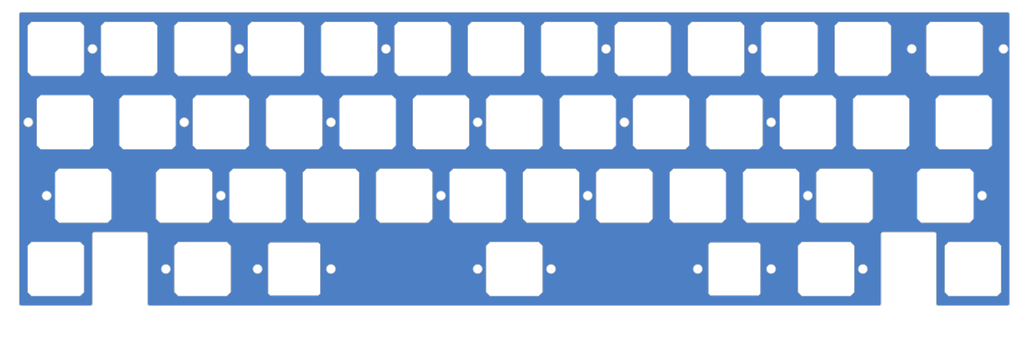
<source format=kicad_pcb>
(kicad_pcb (version 20221018) (generator pcbnew)
  (layers (0 "F.Cu" signal) (31 "B.Cu" signal) (34 "B.Paste" user) (35 "F.Paste" user) (36 "B.SilkS" user "B.Silkscreen") (37 "F.SilkS" user "F.Silkscreen") (38 "B.Mask" user) (39 "F.Mask" user) (44 "Edge.Cuts" user))
  (net 0 "")
  (net 1 "GND")
  (footprint "cipulot_parts:ecs_plate_cut_1U" (layer "F.Cu") (at 26.9875 91.28125)
    (fp_text reference "REF**")
    (fp_text value "Value " hide)
    (fp_line (start -7.3 -6) (end -7.3 6) (stroke (width 0.12)) (layer "Edge.Cuts"))
    (fp_line (start -7.3 6) (end -6.3 7) (stroke (width 0.12)) (layer "Edge.Cuts"))
    (fp_line (start -6.3 -7) (end -7.3 -6) (stroke (width 0.12)) (layer "Edge.Cuts"))
    (fp_line (start -6.3 7) (end 6.3 7) (stroke (width 0.12)) (layer "Edge.Cuts"))
    (fp_line (start 6.3 -7) (end -6.3 -7) (stroke (width 0.12)) (layer "Edge.Cuts"))
    (fp_line (start 6.3 -7) (end 7.3 -6) (stroke (width 0.12)) (layer "Edge.Cuts"))
    (fp_line (start 6.3 7) (end 7.3 6) (stroke (width 0.12)) (layer "Edge.Cuts"))
    (fp_line (start 7.3 6) (end 7.3 -6) (stroke (width 0.12)) (layer "Edge.Cuts"))
  )
  (footprint "cipulot_parts:ecs_plate_cut_1U" (layer "F.Cu") (at 136.525 72.23125)
    (fp_text reference "REF**")
    (fp_text value "Value " hide)
    (fp_line (start -7.3 -6) (end -7.3 6) (stroke (width 0.12)) (layer "Edge.Cuts"))
    (fp_line (start -7.3 6) (end -6.3 7) (stroke (width 0.12)) (layer "Edge.Cuts"))
    (fp_line (start -6.3 -7) (end -7.3 -6) (stroke (width 0.12)) (layer "Edge.Cuts"))
    (fp_line (start -6.3 7) (end 6.3 7) (stroke (width 0.12)) (layer "Edge.Cuts"))
    (fp_line (start 6.3 -7) (end -6.3 -7) (stroke (width 0.12)) (layer "Edge.Cuts"))
    (fp_line (start 6.3 -7) (end 7.3 -6) (stroke (width 0.12)) (layer "Edge.Cuts"))
    (fp_line (start 6.3 7) (end 7.3 6) (stroke (width 0.12)) (layer "Edge.Cuts"))
    (fp_line (start 7.3 6) (end 7.3 -6) (stroke (width 0.12)) (layer "Edge.Cuts"))
  )
  (footprint "cipulot_parts:ecs_plate_cut_1U" (layer "F.Cu") (at 262.73125 53.18125)
    (fp_text reference "REF**")
    (fp_text value "Value " hide)
    (fp_line (start -7.3 -6) (end -7.3 6) (stroke (width 0.12)) (layer "Edge.Cuts"))
    (fp_line (start -7.3 6) (end -6.3 7) (stroke (width 0.12)) (layer "Edge.Cuts"))
    (fp_line (start -6.3 -7) (end -7.3 -6) (stroke (width 0.12)) (layer "Edge.Cuts"))
    (fp_line (start -6.3 7) (end 6.3 7) (stroke (width 0.12)) (layer "Edge.Cuts"))
    (fp_line (start 6.3 -7) (end -6.3 -7) (stroke (width 0.12)) (layer "Edge.Cuts"))
    (fp_line (start 6.3 -7) (end 7.3 -6) (stroke (width 0.12)) (layer "Edge.Cuts"))
    (fp_line (start 6.3 7) (end 7.3 6) (stroke (width 0.12)) (layer "Edge.Cuts"))
    (fp_line (start 7.3 6) (end 7.3 -6) (stroke (width 0.12)) (layer "Edge.Cuts"))
  )
  (footprint "cipulot_parts:ecs_plate_cut_1U" (layer "F.Cu") (at 146.05 53.18125)
    (fp_text reference "REF**")
    (fp_text value "Value " hide)
    (fp_line (start -7.3 -6) (end -7.3 6) (stroke (width 0.12)) (layer "Edge.Cuts"))
    (fp_line (start -7.3 6) (end -6.3 7) (stroke (width 0.12)) (layer "Edge.Cuts"))
    (fp_line (start -6.3 -7) (end -7.3 -6) (stroke (width 0.12)) (layer "Edge.Cuts"))
    (fp_line (start -6.3 7) (end 6.3 7) (stroke (width 0.12)) (layer "Edge.Cuts"))
    (fp_line (start 6.3 -7) (end -6.3 -7) (stroke (width 0.12)) (layer "Edge.Cuts"))
    (fp_line (start 6.3 -7) (end 7.3 -6) (stroke (width 0.12)) (layer "Edge.Cuts"))
    (fp_line (start 6.3 7) (end 7.3 6) (stroke (width 0.12)) (layer "Edge.Cuts"))
    (fp_line (start 7.3 6) (end 7.3 -6) (stroke (width 0.12)) (layer "Edge.Cuts"))
  )
  (footprint "cipulot_parts:ecs_plate_cut_7U_space_stab" (layer "F.Cu") (at 146.05 91.28125)
    (fp_text reference "REF**")
    (fp_text value "Value " hide)
    (fp_line (start -63.8876 -6.3635) (end -63.8876 6.3635) (stroke (width 0.12)) (layer "Edge.Cuts"))
    (fp_line (start -63.8876 6.3635) (end -63.3806 6.8705) (stroke (width 0.12)) (layer "Edge.Cuts"))
    (fp_line (start -63.3806 -6.8705) (end -63.8876 -6.3635) (stroke (width 0.12)) (layer "Edge.Cuts"))
    (fp_line (start -63.3806 6.8705) (end -50.9326 6.8705) (stroke (width 0.12)) (layer "Edge.Cuts"))
    (fp_line (start -50.9326 -6.8705) (end -63.3806 -6.8705) (stroke (width 0.12)) (layer "Edge.Cuts"))
    (fp_line (start -50.9326 6.8705) (end -50.4256 6.3635) (stroke (width 0.12)) (layer "Edge.Cuts"))
    (fp_line (start -50.4256 -6.3635) (end -50.9326 -6.8705) (stroke (width 0.12)) (layer "Edge.Cuts"))
    (fp_line (start -50.4256 6.3635) (end -50.4256 -6.3635) (stroke (width 0.12)) (layer "Edge.Cuts"))
    (fp_line (start 50.419 -6.3635) (end 50.419 6.3635) (stroke (width 0.12)) (layer "Edge.Cuts"))
    (fp_line (start 50.419 -6.3635) (end 50.919 -6.8705) (stroke (width 0.12)) (layer "Edge.Cuts"))
    (fp_line (start 50.419 6.3635) (end 50.926 6.8705) (stroke (width 0.12)) (layer "Edge.Cuts"))
    (fp_line (start 50.919 -6.8705) (end 63.381 -6.8705) (stroke (width 0.12)) (layer "Edge.Cuts"))
    (fp_line (start 50.926 6.8705) (end 63.374 6.8705) (stroke (width 0.12)) (layer "Edge.Cuts"))
    (fp_line (start 63.374 6.8705) (end 63.881 6.3635) (stroke (width 0.12)) (layer "Edge.Cuts"))
    (fp_line (start 63.381 -6.8705) (end 63.881 -6.3635) (stroke (width 0.12)) (layer "Edge.Cuts"))
    (fp_line (start 63.881 6.3635) (end 63.881 -6.3635) (stroke (width 0.12)) (layer "Edge.Cuts"))
  )
  (footprint "cipulot_parts:ecs_plate_cut_1U" (layer "F.Cu") (at 46.0375 34.13125)
    (fp_text reference "REF**")
    (fp_text value "Value " hide)
    (fp_line (start -7.3 -6) (end -7.3 6) (stroke (width 0.12)) (layer "Edge.Cuts"))
    (fp_line (start -7.3 6) (end -6.3 7) (stroke (width 0.12)) (layer "Edge.Cuts"))
    (fp_line (start -6.3 -7) (end -7.3 -6) (stroke (width 0.12)) (layer "Edge.Cuts"))
    (fp_line (start -6.3 7) (end 6.3 7) (stroke (width 0.12)) (layer "Edge.Cuts"))
    (fp_line (start 6.3 -7) (end -6.3 -7) (stroke (width 0.12)) (layer "Edge.Cuts"))
    (fp_line (start 6.3 -7) (end 7.3 -6) (stroke (width 0.12)) (layer "Edge.Cuts"))
    (fp_line (start 6.3 7) (end 7.3 6) (stroke (width 0.12)) (layer "Edge.Cuts"))
    (fp_line (start 7.3 6) (end 7.3 -6) (stroke (width 0.12)) (layer "Edge.Cuts"))
  )
  (footprint "cipulot_parts:ecs_plate_cut_1U" (layer "F.Cu") (at 79.375 72.23125)
    (fp_text reference "REF**")
    (fp_text value "Value " hide)
    (fp_line (start -7.3 -6) (end -7.3 6) (stroke (width 0.12)) (layer "Edge.Cuts"))
    (fp_line (start -7.3 6) (end -6.3 7) (stroke (width 0.12)) (layer "Edge.Cuts"))
    (fp_line (start -6.3 -7) (end -7.3 -6) (stroke (width 0.12)) (layer "Edge.Cuts"))
    (fp_line (start -6.3 7) (end 6.3 7) (stroke (width 0.12)) (layer "Edge.Cuts"))
    (fp_line (start 6.3 -7) (end -6.3 -7) (stroke (width 0.12)) (layer "Edge.Cuts"))
    (fp_line (start 6.3 -7) (end 7.3 -6) (stroke (width 0.12)) (layer "Edge.Cuts"))
    (fp_line (start 6.3 7) (end 7.3 6) (stroke (width 0.12)) (layer "Edge.Cuts"))
    (fp_line (start 7.3 6) (end 7.3 -6) (stroke (width 0.12)) (layer "Edge.Cuts"))
  )
  (footprint "cipulot_parts:ecs_plate_cut_1U" (layer "F.Cu") (at 88.9 53.18125)
    (fp_text reference "REF**")
    (fp_text value "Value " hide)
    (fp_line (start -7.3 -6) (end -7.3 6) (stroke (width 0.12)) (layer "Edge.Cuts"))
    (fp_line (start -7.3 6) (end -6.3 7) (stroke (width 0.12)) (layer "Edge.Cuts"))
    (fp_line (start -6.3 -7) (end -7.3 -6) (stroke (width 0.12)) (layer "Edge.Cuts"))
    (fp_line (start -6.3 7) (end 6.3 7) (stroke (width 0.12)) (layer "Edge.Cuts"))
    (fp_line (start 6.3 -7) (end -6.3 -7) (stroke (width 0.12)) (layer "Edge.Cuts"))
    (fp_line (start 6.3 -7) (end 7.3 -6) (stroke (width 0.12)) (layer "Edge.Cuts"))
    (fp_line (start 6.3 7) (end 7.3 6) (stroke (width 0.12)) (layer "Edge.Cuts"))
    (fp_line (start 7.3 6) (end 7.3 -6) (stroke (width 0.12)) (layer "Edge.Cuts"))
  )
  (footprint "cipulot_parts:ecs_plate_cut_1U" (layer "F.Cu") (at 260.35 34.13125)
    (fp_text reference "REF**")
    (fp_text value "Value " hide)
    (fp_line (start -7.3 -6) (end -7.3 6) (stroke (width 0.12)) (layer "Edge.Cuts"))
    (fp_line (start -7.3 6) (end -6.3 7) (stroke (width 0.12)) (layer "Edge.Cuts"))
    (fp_line (start -6.3 -7) (end -7.3 -6) (stroke (width 0.12)) (layer "Edge.Cuts"))
    (fp_line (start -6.3 7) (end 6.3 7) (stroke (width 0.12)) (layer "Edge.Cuts"))
    (fp_line (start 6.3 -7) (end -6.3 -7) (stroke (width 0.12)) (layer "Edge.Cuts"))
    (fp_line (start 6.3 -7) (end 7.3 -6) (stroke (width 0.12)) (layer "Edge.Cuts"))
    (fp_line (start 6.3 7) (end 7.3 6) (stroke (width 0.12)) (layer "Edge.Cuts"))
    (fp_line (start 7.3 6) (end 7.3 -6) (stroke (width 0.12)) (layer "Edge.Cuts"))
  )
  (footprint "cipulot_parts:ecs_plate_cut_1U" (layer "F.Cu") (at 127 53.18125)
    (fp_text reference "REF**")
    (fp_text value "Value " hide)
    (fp_line (start -7.3 -6) (end -7.3 6) (stroke (width 0.12)) (layer "Edge.Cuts"))
    (fp_line (start -7.3 6) (end -6.3 7) (stroke (width 0.12)) (layer "Edge.Cuts"))
    (fp_line (start -6.3 -7) (end -7.3 -6) (stroke (width 0.12)) (layer "Edge.Cuts"))
    (fp_line (start -6.3 7) (end 6.3 7) (stroke (width 0.12)) (layer "Edge.Cuts"))
    (fp_line (start 6.3 -7) (end -6.3 -7) (stroke (width 0.12)) (layer "Edge.Cuts"))
    (fp_line (start 6.3 -7) (end 7.3 -6) (stroke (width 0.12)) (layer "Edge.Cuts"))
    (fp_line (start 6.3 7) (end 7.3 6) (stroke (width 0.12)) (layer "Edge.Cuts"))
    (fp_line (start 7.3 6) (end 7.3 -6) (stroke (width 0.12)) (layer "Edge.Cuts"))
  )
  (footprint "cipulot_parts:ecs_plate_cut_1U" (layer "F.Cu") (at 198.4375 34.13125)
    (fp_text reference "REF**")
    (fp_text value "Value " hide)
    (fp_line (start -7.3 -6) (end -7.3 6) (stroke (width 0.12)) (layer "Edge.Cuts"))
    (fp_line (start -7.3 6) (end -6.3 7) (stroke (width 0.12)) (layer "Edge.Cuts"))
    (fp_line (start -6.3 -7) (end -7.3 -6) (stroke (width 0.12)) (layer "Edge.Cuts"))
    (fp_line (start -6.3 7) (end 6.3 7) (stroke (width 0.12)) (layer "Edge.Cuts"))
    (fp_line (start 6.3 -7) (end -6.3 -7) (stroke (width 0.12)) (layer "Edge.Cuts"))
    (fp_line (start 6.3 -7) (end 7.3 -6) (stroke (width 0.12)) (layer "Edge.Cuts"))
    (fp_line (start 6.3 7) (end 7.3 6) (stroke (width 0.12)) (layer "Edge.Cuts"))
    (fp_line (start 7.3 6) (end 7.3 -6) (stroke (width 0.12)) (layer "Edge.Cuts"))
  )
  (footprint "cipulot_parts:ecs_plate_cut_1U" (layer "F.Cu") (at 203.2 53.18125)
    (fp_text reference "REF**")
    (fp_text value "Value " hide)
    (fp_line (start -7.3 -6) (end -7.3 6) (stroke (width 0.12)) (layer "Edge.Cuts"))
    (fp_line (start -7.3 6) (end -6.3 7) (stroke (width 0.12)) (layer "Edge.Cuts"))
    (fp_line (start -6.3 -7) (end -7.3 -6) (stroke (width 0.12)) (layer "Edge.Cuts"))
    (fp_line (start -6.3 7) (end 6.3 7) (stroke (width 0.12)) (layer "Edge.Cuts"))
    (fp_line (start 6.3 -7) (end -6.3 -7) (stroke (width 0.12)) (layer "Edge.Cuts"))
    (fp_line (start 6.3 -7) (end 7.3 -6) (stroke (width 0.12)) (layer "Edge.Cuts"))
    (fp_line (start 6.3 7) (end 7.3 6) (stroke (width 0.12)) (layer "Edge.Cuts"))
    (fp_line (start 7.3 6) (end 7.3 -6) (stroke (width 0.12)) (layer "Edge.Cuts"))
  )
  (footprint "cipulot_parts:ecs_plate_cut_1U" (layer "F.Cu") (at 165.1 53.18125)
    (fp_text reference "REF**")
    (fp_text value "Value " hide)
    (fp_line (start -7.3 -6) (end -7.3 6) (stroke (width 0.12)) (layer "Edge.Cuts"))
    (fp_line (start -7.3 6) (end -6.3 7) (stroke (width 0.12)) (layer "Edge.Cuts"))
    (fp_line (start -6.3 -7) (end -7.3 -6) (stroke (width 0.12)) (layer "Edge.Cuts"))
    (fp_line (start -6.3 7) (end 6.3 7) (stroke (width 0.12)) (layer "Edge.Cuts"))
    (fp_line (start 6.3 -7) (end -6.3 -7) (stroke (width 0.12)) (layer "Edge.Cuts"))
    (fp_line (start 6.3 -7) (end 7.3 -6) (stroke (width 0.12)) (layer "Edge.Cuts"))
    (fp_line (start 6.3 7) (end 7.3 6) (stroke (width 0.12)) (layer "Edge.Cuts"))
    (fp_line (start 7.3 6) (end 7.3 -6) (stroke (width 0.12)) (layer "Edge.Cuts"))
  )
  (footprint "cipulot_parts:ecs_plate_cut_1U" (layer "F.Cu") (at 217.4875 34.13125)
    (fp_text reference "REF**")
    (fp_text value "Value " hide)
    (fp_line (start -7.3 -6) (end -7.3 6) (stroke (width 0.12)) (layer "Edge.Cuts"))
    (fp_line (start -7.3 6) (end -6.3 7) (stroke (width 0.12)) (layer "Edge.Cuts"))
    (fp_line (start -6.3 -7) (end -7.3 -6) (stroke (width 0.12)) (layer "Edge.Cuts"))
    (fp_line (start -6.3 7) (end 6.3 7) (stroke (width 0.12)) (layer "Edge.Cuts"))
    (fp_line (start 6.3 -7) (end -6.3 -7) (stroke (width 0.12)) (layer "Edge.Cuts"))
    (fp_line (start 6.3 -7) (end 7.3 -6) (stroke (width 0.12)) (layer "Edge.Cuts"))
    (fp_line (start 6.3 7) (end 7.3 6) (stroke (width 0.12)) (layer "Edge.Cuts"))
    (fp_line (start 7.3 6) (end 7.3 -6) (stroke (width 0.12)) (layer "Edge.Cuts"))
  )
  (footprint "cipulot_parts:ecs_plate_cut_1U" (layer "F.Cu") (at 146.05 91.28125)
    (fp_text reference "REF**")
    (fp_text value "Value " hide)
    (fp_line (start -7.3 -6) (end -7.3 6) (stroke (width 0.12)) (layer "Edge.Cuts"))
    (fp_line (start -7.3 6) (end -6.3 7) (stroke (width 0.12)) (layer "Edge.Cuts"))
    (fp_line (start -6.3 -7) (end -7.3 -6) (stroke (width 0.12)) (layer "Edge.Cuts"))
    (fp_line (start -6.3 7) (end 6.3 7) (stroke (width 0.12)) (layer "Edge.Cuts"))
    (fp_line (start 6.3 -7) (end -6.3 -7) (stroke (width 0.12)) (layer "Edge.Cuts"))
    (fp_line (start 6.3 -7) (end 7.3 -6) (stroke (width 0.12)) (layer "Edge.Cuts"))
    (fp_line (start 6.3 7) (end 7.3 6) (stroke (width 0.12)) (layer "Edge.Cuts"))
    (fp_line (start 7.3 6) (end 7.3 -6) (stroke (width 0.12)) (layer "Edge.Cuts"))
  )
  (footprint "cipulot_parts:ecs_plate_cut_1U" (layer "F.Cu") (at 117.475 72.23125)
    (fp_text reference "REF**")
    (fp_text value "Value " hide)
    (fp_line (start -7.3 -6) (end -7.3 6) (stroke (width 0.12)) (layer "Edge.Cuts"))
    (fp_line (start -7.3 6) (end -6.3 7) (stroke (width 0.12)) (layer "Edge.Cuts"))
    (fp_line (start -6.3 -7) (end -7.3 -6) (stroke (width 0.12)) (layer "Edge.Cuts"))
    (fp_line (start -6.3 7) (end 6.3 7) (stroke (width 0.12)) (layer "Edge.Cuts"))
    (fp_line (start 6.3 -7) (end -6.3 -7) (stroke (width 0.12)) (layer "Edge.Cuts"))
    (fp_line (start 6.3 -7) (end 7.3 -6) (stroke (width 0.12)) (layer "Edge.Cuts"))
    (fp_line (start 6.3 7) (end 7.3 6) (stroke (width 0.12)) (layer "Edge.Cuts"))
    (fp_line (start 7.3 6) (end 7.3 -6) (stroke (width 0.12)) (layer "Edge.Cuts"))
  )
  (footprint "cipulot_parts:ecs_plate_cut_1U" (layer "F.Cu") (at 84.137501 34.13125)
    (fp_text reference "REF**")
    (fp_text value "Value " hide)
    (fp_line (start -7.3 -6) (end -7.3 6) (stroke (width 0.12)) (layer "Edge.Cuts"))
    (fp_line (start -7.3 6) (end -6.3 7) (stroke (width 0.12)) (layer "Edge.Cuts"))
    (fp_line (start -6.3 -7) (end -7.3 -6) (stroke (width 0.12)) (layer "Edge.Cuts"))
    (fp_line (start -6.3 7) (end 6.3 7) (stroke (width 0.12)) (layer "Edge.Cuts"))
    (fp_line (start 6.3 -7) (end -6.3 -7) (stroke (width 0.12)) (layer "Edge.Cuts"))
    (fp_line (start 6.3 -7) (end 7.3 -6) (stroke (width 0.12)) (layer "Edge.Cuts"))
    (fp_line (start 6.3 7) (end 7.3 6) (stroke (width 0.12)) (layer "Edge.Cuts"))
    (fp_line (start 7.3 6) (end 7.3 -6) (stroke (width 0.12)) (layer "Edge.Cuts"))
  )
  (footprint "cipulot_parts:ecs_plate_cut_1U" (layer "F.Cu") (at 34.13125 72.23125)
    (fp_text reference "REF**")
    (fp_text value "Value " hide)
    (fp_line (start -7.3 -6) (end -7.3 6) (stroke (width 0.12)) (layer "Edge.Cuts"))
    (fp_line (start -7.3 6) (end -6.3 7) (stroke (width 0.12)) (layer "Edge.Cuts"))
    (fp_line (start -6.3 -7) (end -7.3 -6) (stroke (width 0.12)) (layer "Edge.Cuts"))
    (fp_line (start -6.3 7) (end 6.3 7) (stroke (width 0.12)) (layer "Edge.Cuts"))
    (fp_line (start 6.3 -7) (end -6.3 -7) (stroke (width 0.12)) (layer "Edge.Cuts"))
    (fp_line (start 6.3 -7) (end 7.3 -6) (stroke (width 0.12)) (layer "Edge.Cuts"))
    (fp_line (start 6.3 7) (end 7.3 6) (stroke (width 0.12)) (layer "Edge.Cuts"))
    (fp_line (start 7.3 6) (end 7.3 -6) (stroke (width 0.12)) (layer "Edge.Cuts"))
  )
  (footprint "cipulot_parts:ecs_plate_cut_1U" (layer "F.Cu") (at 155.575 72.23125)
    (fp_text reference "REF**")
    (fp_text value "Value " hide)
    (fp_line (start -7.3 -6) (end -7.3 6) (stroke (width 0.12)) (layer "Edge.Cuts"))
    (fp_line (start -7.3 6) (end -6.3 7) (stroke (width 0.12)) (layer "Edge.Cuts"))
    (fp_line (start -6.3 -7) (end -7.3 -6) (stroke (width 0.12)) (layer "Edge.Cuts"))
    (fp_line (start -6.3 7) (end 6.3 7) (stroke (width 0.12)) (layer "Edge.Cuts"))
    (fp_line (start 6.3 -7) (end -6.3 -7) (stroke (width 0.12)) (layer "Edge.Cuts"))
    (fp_line (start 6.3 -7) (end 7.3 -6) (stroke (width 0.12)) (layer "Edge.Cuts"))
    (fp_line (start 6.3 7) (end 7.3 6) (stroke (width 0.12)) (layer "Edge.Cuts"))
    (fp_line (start 7.3 6) (end 7.3 -6) (stroke (width 0.12)) (layer "Edge.Cuts"))
  )
  (footprint "cipulot_parts:ecs_plate_cut_1U" (layer "F.Cu") (at 60.325 72.23125)
    (fp_text reference "REF**")
    (fp_text value "Value " hide)
    (fp_line (start -7.3 -6) (end -7.3 6) (stroke (width 0.12)) (layer "Edge.Cuts"))
    (fp_line (start -7.3 6) (end -6.3 7) (stroke (width 0.12)) (layer "Edge.Cuts"))
    (fp_line (start -6.3 -7) (end -7.3 -6) (stroke (width 0.12)) (layer "Edge.Cuts"))
    (fp_line (start -6.3 7) (end 6.3 7) (stroke (width 0.12)) (layer "Edge.Cuts"))
    (fp_line (start 6.3 -7) (end -6.3 -7) (stroke (width 0.12)) (layer "Edge.Cuts"))
    (fp_line (start 6.3 -7) (end 7.3 -6) (stroke (width 0.12)) (layer "Edge.Cuts"))
    (fp_line (start 6.3 7) (end 7.3 6) (stroke (width 0.12)) (layer "Edge.Cuts"))
    (fp_line (start 7.3 6) (end 7.3 -6) (stroke (width 0.12)) (layer "Edge.Cuts"))
  )
  (footprint "cipulot_parts:ecs_plate_cut_1U" (layer "F.Cu") (at 50.8 53.18125)
    (fp_text reference "REF**")
    (fp_text value "Value " hide)
    (fp_line (start -7.3 -6) (end -7.3 6) (stroke (width 0.12)) (layer "Edge.Cuts"))
    (fp_line (start -7.3 6) (end -6.3 7) (stroke (width 0.12)) (layer "Edge.Cuts"))
    (fp_line (start -6.3 -7) (end -7.3 -6) (stroke (width 0.12)) (layer "Edge.Cuts"))
    (fp_line (start -6.3 7) (end 6.3 7) (stroke (width 0.12)) (layer "Edge.Cuts"))
    (fp_line (start 6.3 -7) (end -6.3 -7) (stroke (width 0.12)) (layer "Edge.Cuts"))
    (fp_line (start 6.3 -7) (end 7.3 -6) (stroke (width 0.12)) (layer "Edge.Cuts"))
    (fp_line (start 6.3 7) (end 7.3 6) (stroke (width 0.12)) (layer "Edge.Cuts"))
    (fp_line (start 7.3 6) (end 7.3 -6) (stroke (width 0.12)) (layer "Edge.Cuts"))
  )
  (footprint "cipulot_parts:ecs_plate_cut_1U" (layer "F.Cu") (at 107.95 53.18125)
    (fp_text reference "REF**")
    (fp_text value "Value " hide)
    (fp_line (start -7.3 -6) (end -7.3 6) (stroke (width 0.12)) (layer "Edge.Cuts"))
    (fp_line (start -7.3 6) (end -6.3 7) (stroke (width 0.12)) (layer "Edge.Cuts"))
    (fp_line (start -6.3 -7) (end -7.3 -6) (stroke (width 0.12)) (layer "Edge.Cuts"))
    (fp_line (start -6.3 7) (end 6.3 7) (stroke (width 0.12)) (layer "Edge.Cuts"))
    (fp_line (start 6.3 -7) (end -6.3 -7) (stroke (width 0.12)) (layer "Edge.Cuts"))
    (fp_line (start 6.3 -7) (end 7.3 -6) (stroke (width 0.12)) (layer "Edge.Cuts"))
    (fp_line (start 6.3 7) (end 7.3 6) (stroke (width 0.12)) (layer "Edge.Cuts"))
    (fp_line (start 7.3 6) (end 7.3 -6) (stroke (width 0.12)) (layer "Edge.Cuts"))
  )
  (footprint "cipulot_parts:ecs_plate_cut_1U" (layer "F.Cu") (at 65.0875 34.13125)
    (fp_text reference "REF**")
    (fp_text value "Value " hide)
    (fp_line (start -7.3 -6) (end -7.3 6) (stroke (width 0.12)) (layer "Edge.Cuts"))
    (fp_line (start -7.3 6) (end -6.3 7) (stroke (width 0.12)) (layer "Edge.Cuts"))
    (fp_line (start -6.3 -7) (end -7.3 -6) (stroke (width 0.12)) (layer "Edge.Cuts"))
    (fp_line (start -6.3 7) (end 6.3 7) (stroke (width 0.12)) (layer "Edge.Cuts"))
    (fp_line (start 6.3 -7) (end -6.3 -7) (stroke (width 0.12)) (layer "Edge.Cuts"))
    (fp_line (start 6.3 -7) (end 7.3 -6) (stroke (width 0.12)) (layer "Edge.Cuts"))
    (fp_line (start 6.3 7) (end 7.3 6) (stroke (width 0.12)) (layer "Edge.Cuts"))
    (fp_line (start 7.3 6) (end 7.3 -6) (stroke (width 0.12)) (layer "Edge.Cuts"))
  )
  (footprint "cipulot_parts:ecs_plate_cut_1U" (layer "F.Cu") (at 141.2875 34.13125)
    (fp_text reference "REF**")
    (fp_text value "Value " hide)
    (fp_line (start -7.3 -6) (end -7.3 6) (stroke (width 0.12)) (layer "Edge.Cuts"))
    (fp_line (start -7.3 6) (end -6.3 7) (stroke (width 0.12)) (layer "Edge.Cuts"))
    (fp_line (start -6.3 -7) (end -7.3 -6) (stroke (width 0.12)) (layer "Edge.Cuts"))
    (fp_line (start -6.3 7) (end 6.3 7) (stroke (width 0.12)) (layer "Edge.Cuts"))
    (fp_line (start 6.3 -7) (end -6.3 -7) (stroke (width 0.12)) (layer "Edge.Cuts"))
    (fp_line (start 6.3 -7) (end 7.3 -6) (stroke (width 0.12)) (layer "Edge.Cuts"))
    (fp_line (start 6.3 7) (end 7.3 6) (stroke (width 0.12)) (layer "Edge.Cuts"))
    (fp_line (start 7.3 6) (end 7.3 -6) (stroke (width 0.12)) (layer "Edge.Cuts"))
  )
  (footprint "cipulot_parts:ecs_plate_cut_1U" (layer "F.Cu") (at 29.36875 53.18125)
    (fp_text reference "REF**")
    (fp_text value "Value " hide)
    (fp_line (start -7.3 -6) (end -7.3 6) (stroke (width 0.12)) (layer "Edge.Cuts"))
    (fp_line (start -7.3 6) (end -6.3 7) (stroke (width 0.12)) (layer "Edge.Cuts"))
    (fp_line (start -6.3 -7) (end -7.3 -6) (stroke (width 0.12)) (layer "Edge.Cuts"))
    (fp_line (start -6.3 7) (end 6.3 7) (stroke (width 0.12)) (layer "Edge.Cuts"))
    (fp_line (start 6.3 -7) (end -6.3 -7) (stroke (width 0.12)) (layer "Edge.Cuts"))
    (fp_line (start 6.3 -7) (end 7.3 -6) (stroke (width 0.12)) (layer "Edge.Cuts"))
    (fp_line (start 6.3 7) (end 7.3 6) (stroke (width 0.12)) (layer "Edge.Cuts"))
    (fp_line (start 7.3 6) (end 7.3 -6) (stroke (width 0.12)) (layer "Edge.Cuts"))
  )
  (footprint "cipulot_parts:ecs_plate_cut_1U" (layer "F.Cu") (at 160.3375 34.13125)
    (fp_text reference "REF**")
    (fp_text value "Value " hide)
    (fp_line (start -7.3 -6) (end -7.3 6) (stroke (width 0.12)) (layer "Edge.Cuts"))
    (fp_line (start -7.3 6) (end -6.3 7) (stroke (width 0.12)) (layer "Edge.Cuts"))
    (fp_line (start -6.3 -7) (end -7.3 -6) (stroke (width 0.12)) (layer "Edge.Cuts"))
    (fp_line (start -6.3 7) (end 6.3 7) (stroke (width 0.12)) (layer "Edge.Cuts"))
    (fp_line (start 6.3 -7) (end -6.3 -7) (stroke (width 0.12)) (layer "Edge.Cuts"))
    (fp_line (start 6.3 -7) (end 7.3 -6) (stroke (width 0.12)) (layer "Edge.Cuts"))
    (fp_line (start 6.3 7) (end 7.3 6) (stroke (width 0.12)) (layer "Edge.Cuts"))
    (fp_line (start 7.3 6) (end 7.3 -6) (stroke (width 0.12)) (layer "Edge.Cuts"))
  )
  (footprint "cipulot_parts:ecs_plate_cut_1U" (layer "F.Cu") (at 122.2375 34.13125)
    (fp_text reference "REF**")
    (fp_text value "Value " hide)
    (fp_line (start -7.3 -6) (end -7.3 6) (stroke (width 0.12)) (layer "Edge.Cuts"))
    (fp_line (start -7.3 6) (end -6.3 7) (stroke (width 0.12)) (layer "Edge.Cuts"))
    (fp_line (start -6.3 -7) (end -7.3 -6) (stroke (width 0.12)) (layer "Edge.Cuts"))
    (fp_line (start -6.3 7) (end 6.3 7) (stroke (width 0.12)) (layer "Edge.Cuts"))
    (fp_line (start 6.3 -7) (end -6.3 -7) (stroke (width 0.12)) (layer "Edge.Cuts"))
    (fp_line (start 6.3 -7) (end 7.3 -6) (stroke (width 0.12)) (layer "Edge.Cuts"))
    (fp_line (start 6.3 7) (end 7.3 6) (stroke (width 0.12)) (layer "Edge.Cuts"))
    (fp_line (start 7.3 6) (end 7.3 -6) (stroke (width 0.12)) (layer "Edge.Cuts"))
  )
  (footprint "cipulot_parts:ecs_plate_cut_1U" (layer "F.Cu") (at 212.725 72.23125)
    (fp_text reference "REF**")
    (fp_text value "Value " hide)
    (fp_line (start -7.3 -6) (end -7.3 6) (stroke (width 0.12)) (layer "Edge.Cuts"))
    (fp_line (start -7.3 6) (end -6.3 7) (stroke (width 0.12)) (layer "Edge.Cuts"))
    (fp_line (start -6.3 -7) (end -7.3 -6) (stroke (width 0.12)) (layer "Edge.Cuts"))
    (fp_line (start -6.3 7) (end 6.3 7) (stroke (width 0.12)) (layer "Edge.Cuts"))
    (fp_line (start 6.3 -7) (end -6.3 -7) (stroke (width 0.12)) (layer "Edge.Cuts"))
    (fp_line (start 6.3 -7) (end 7.3 -6) (stroke (width 0.12)) (layer "Edge.Cuts"))
    (fp_line (start 6.3 7) (end 7.3 6) (stroke (width 0.12)) (layer "Edge.Cuts"))
    (fp_line (start 7.3 6) (end 7.3 -6) (stroke (width 0.12)) (layer "Edge.Cuts"))
  )
  (footprint "cipulot_parts:ecs_plate_cut_1U" (layer "F.Cu") (at 257.96875 72.23125)
    (fp_text reference "REF**")
    (fp_text value "Value " hide)
    (fp_line (start -7.3 -6) (end -7.3 6) (stroke (width 0.12)) (layer "Edge.Cuts"))
    (fp_line (start -7.3 6) (end -6.3 7) (stroke (width 0.12)) (layer "Edge.Cuts"))
    (fp_line (start -6.3 -7) (end -7.3 -6) (stroke (width 0.12)) (layer "Edge.Cuts"))
    (fp_line (start -6.3 7) (end 6.3 7) (stroke (width 0.12)) (layer "Edge.Cuts"))
    (fp_line (start 6.3 -7) (end -6.3 -7) (stroke (width 0.12)) (layer "Edge.Cuts"))
    (fp_line (start 6.3 -7) (end 7.3 -6) (stroke (width 0.12)) (layer "Edge.Cuts"))
    (fp_line (start 6.3 7) (end 7.3 6) (stroke (width 0.12)) (layer "Edge.Cuts"))
    (fp_line (start 7.3 6) (end 7.3 -6) (stroke (width 0.12)) (layer "Edge.Cuts"))
  )
  (footprint "cipulot_parts:ecs_plate_cut_1U" (layer "F.Cu") (at 69.85 53.18125)
    (fp_text reference "REF**")
    (fp_text value "Value " hide)
    (fp_line (start -7.3 -6) (end -7.3 6) (stroke (width 0.12)) (layer "Edge.Cuts"))
    (fp_line (start -7.3 6) (end -6.3 7) (stroke (width 0.12)) (layer "Edge.Cuts"))
    (fp_line (start -6.3 -7) (end -7.3 -6) (stroke (width 0.12)) (layer "Edge.Cuts"))
    (fp_line (start -6.3 7) (end 6.3 7) (stroke (width 0.12)) (layer "Edge.Cuts"))
    (fp_line (start 6.3 -7) (end -6.3 -7) (stroke (width 0.12)) (layer "Edge.Cuts"))
    (fp_line (start 6.3 -7) (end 7.3 -6) (stroke (width 0.12)) (layer "Edge.Cuts"))
    (fp_line (start 6.3 7) (end 7.3 6) (stroke (width 0.12)) (layer "Edge.Cuts"))
    (fp_line (start 7.3 6) (end 7.3 -6) (stroke (width 0.12)) (layer "Edge.Cuts"))
  )
  (footprint "cipulot_parts:ecs_plate_cut_1U" (layer "F.Cu") (at 231.775 72.23125)
    (fp_text reference "REF**")
    (fp_text value "Value " hide)
    (fp_line (start -7.3 -6) (end -7.3 6) (stroke (width 0.12)) (layer "Edge.Cuts"))
    (fp_line (start -7.3 6) (end -6.3 7) (stroke (width 0.12)) (layer "Edge.Cuts"))
    (fp_line (start -6.3 -7) (end -7.3 -6) (stroke (width 0.12)) (layer "Edge.Cuts"))
    (fp_line (start -6.3 7) (end 6.3 7) (stroke (width 0.12)) (layer "Edge.Cuts"))
    (fp_line (start 6.3 -7) (end -6.3 -7) (stroke (width 0.12)) (layer "Edge.Cuts"))
    (fp_line (start 6.3 -7) (end 7.3 -6) (stroke (width 0.12)) (layer "Edge.Cuts"))
    (fp_line (start 6.3 7) (end 7.3 6) (stroke (width 0.12)) (layer "Edge.Cuts"))
    (fp_line (start 7.3 6) (end 7.3 -6) (stroke (width 0.12)) (layer "Edge.Cuts"))
  )
  (footprint "cipulot_parts:ecs_plate_cut_1U" (layer "F.Cu") (at 174.625 72.23125)
    (fp_text reference "REF**")
    (fp_text value "Value " hide)
    (fp_line (start -7.3 -6) (end -7.3 6) (stroke (width 0.12)) (layer "Edge.Cuts"))
    (fp_line (start -7.3 6) (end -6.3 7) (stroke (width 0.12)) (layer "Edge.Cuts"))
    (fp_line (start -6.3 -7) (end -7.3 -6) (stroke (width 0.12)) (layer "Edge.Cuts"))
    (fp_line (start -6.3 7) (end 6.3 7) (stroke (width 0.12)) (layer "Edge.Cuts"))
    (fp_line (start 6.3 -7) (end -6.3 -7) (stroke (width 0.12)) (layer "Edge.Cuts"))
    (fp_line (start 6.3 -7) (end 7.3 -6) (stroke (width 0.12)) (layer "Edge.Cuts"))
    (fp_line (start 6.3 7) (end 7.3 6) (stroke (width 0.12)) (layer "Edge.Cuts"))
    (fp_line (start 7.3 6) (end 7.3 -6) (stroke (width 0.12)) (layer "Edge.Cuts"))
  )
  (footprint "cipulot_parts:ecs_plate_cut_1U" (layer "F.Cu") (at 98.425 72.23125)
    (fp_text reference "REF**")
    (fp_text value "Value " hide)
    (fp_line (start -7.3 -6) (end -7.3 6) (stroke (width 0.12)) (layer "Edge.Cuts"))
    (fp_line (start -7.3 6) (end -6.3 7) (stroke (width 0.12)) (layer "Edge.Cuts"))
    (fp_line (start -6.3 -7) (end -7.3 -6) (stroke (width 0.12)) (layer "Edge.Cuts"))
    (fp_line (start -6.3 7) (end 6.3 7) (stroke (width 0.12)) (layer "Edge.Cuts"))
    (fp_line (start 6.3 -7) (end -6.3 -7) (stroke (width 0.12)) (layer "Edge.Cuts"))
    (fp_line (start 6.3 -7) (end 7.3 -6) (stroke (width 0.12)) (layer "Edge.Cuts"))
    (fp_line (start 6.3 7) (end 7.3 6) (stroke (width 0.12)) (layer "Edge.Cuts"))
    (fp_line (start 7.3 6) (end 7.3 -6) (stroke (width 0.12)) (layer "Edge.Cuts"))
  )
  (footprint "cipulot_parts:ecs_plate_cut_1U" (layer "F.Cu") (at 222.25 53.18125)
    (fp_text reference "REF**")
    (fp_text value "Value " hide)
    (fp_line (start -7.3 -6) (end -7.3 6) (stroke (width 0.12)) (layer "Edge.Cuts"))
    (fp_line (start -7.3 6) (end -6.3 7) (stroke (width 0.12)) (layer "Edge.Cuts"))
    (fp_line (start -6.3 -7) (end -7.3 -6) (stroke (width 0.12)) (layer "Edge.Cuts"))
    (fp_line (start -6.3 7) (end 6.3 7) (stroke (width 0.12)) (layer "Edge.Cuts"))
    (fp_line (start 6.3 -7) (end -6.3 -7) (stroke (width 0.12)) (layer "Edge.Cuts"))
    (fp_line (start 6.3 -7) (end 7.3 -6) (stroke (width 0.12)) (layer "Edge.Cuts"))
    (fp_line (start 6.3 7) (end 7.3 6) (stroke (width 0.12)) (layer "Edge.Cuts"))
    (fp_line (start 7.3 6) (end 7.3 -6) (stroke (width 0.12)) (layer "Edge.Cuts"))
  )
  (footprint "cipulot_parts:ecs_plate_cut_1U" (layer "F.Cu") (at 236.5375 34.13125)
    (fp_text reference "REF**")
    (fp_text value "Value " hide)
    (fp_line (start -7.3 -6) (end -7.3 6) (stroke (width 0.12)) (layer "Edge.Cuts"))
    (fp_line (start -7.3 6) (end -6.3 7) (stroke (width 0.12)) (layer "Edge.Cuts"))
    (fp_line (start -6.3 -7) (end -7.3 -6) (stroke (width 0.12)) (layer "Edge.Cuts"))
    (fp_line (start -6.3 7) (end 6.3 7) (stroke (width 0.12)) (layer "Edge.Cuts"))
    (fp_line (start 6.3 -7) (end -6.3 -7) (stroke (width 0.12)) (layer "Edge.Cuts"))
    (fp_line (start 6.3 -7) (end 7.3 -6) (stroke (width 0.12)) (layer "Edge.Cuts"))
    (fp_line (start 6.3 7) (end 7.3 6) (stroke (width 0.12)) (layer "Edge.Cuts"))
    (fp_line (start 7.3 6) (end 7.3 -6) (stroke (width 0.12)) (layer "Edge.Cuts"))
  )
  (footprint "cipulot_parts:ecs_plate_cut_1U" (layer "F.Cu") (at 193.675 72.23125)
    (fp_text reference "REF**")
    (fp_text value "Value " hide)
    (fp_line (start -7.3 -6) (end -7.3 6) (stroke (width 0.12)) (layer "Edge.Cuts"))
    (fp_line (start -7.3 6) (end -6.3 7) (stroke (width 0.12)) (layer "Edge.Cuts"))
    (fp_line (start -6.3 -7) (end -7.3 -6) (stroke (width 0.12)) (layer "Edge.Cuts"))
    (fp_line (start -6.3 7) (end 6.3 7) (stroke (width 0.12)) (layer "Edge.Cuts"))
    (fp_line (start 6.3 -7) (end -6.3 -7) (stroke (width 0.12)) (layer "Edge.Cuts"))
    (fp_line (start 6.3 -7) (end 7.3 -6) (stroke (width 0.12)) (layer "Edge.Cuts"))
    (fp_line (start 6.3 7) (end 7.3 6) (stroke (width 0.12)) (layer "Edge.Cuts"))
    (fp_line (start 7.3 6) (end 7.3 -6) (stroke (width 0.12)) (layer "Edge.Cuts"))
  )
  (footprint "cipulot_parts:ecs_plate_cut_1U" (layer "F.Cu") (at 65.0875 91.28125)
    (fp_text reference "REF**")
    (fp_text value "Value " hide)
    (fp_line (start -7.3 -6) (end -7.3 6) (stroke (width 0.12)) (layer "Edge.Cuts"))
    (fp_line (start -7.3 6) (end -6.3 7) (stroke (width 0.12)) (layer "Edge.Cuts"))
    (fp_line (start -6.3 -7) (end -7.3 -6) (stroke (width 0.12)) (layer "Edge.Cuts"))
    (fp_line (start -6.3 7) (end 6.3 7) (stroke (width 0.12)) (layer "Edge.Cuts"))
    (fp_line (start 6.3 -7) (end -6.3 -7) (stroke (width 0.12)) (layer "Edge.Cuts"))
    (fp_line (start 6.3 -7) (end 7.3 -6) (stroke (width 0.12)) (layer "Edge.Cuts"))
    (fp_line (start 6.3 7) (end 7.3 6) (stroke (width 0.12)) (layer "Edge.Cuts"))
    (fp_line (start 7.3 6) (end 7.3 -6) (stroke (width 0.12)) (layer "Edge.Cuts"))
  )
  (footprint "cipulot_parts:ecs_plate_cut_1U" (layer "F.Cu") (at 103.1875 34.13125)
    (fp_text reference "REF**")
    (fp_text value "Value " hide)
    (fp_line (start -7.3 -6) (end -7.3 6) (stroke (width 0.12)) (layer "Edge.Cuts"))
    (fp_line (start -7.3 6) (end -6.3 7) (stroke (width 0.12)) (layer "Edge.Cuts"))
    (fp_line (start -6.3 -7) (end -7.3 -6) (stroke (width 0.12)) (layer "Edge.Cuts"))
    (fp_line (start -6.3 7) (end 6.3 7) (stroke (width 0.12)) (layer "Edge.Cuts"))
    (fp_line (start 6.3 -7) (end -6.3 -7) (stroke (width 0.12)) (layer "Edge.Cuts"))
    (fp_line (start 6.3 -7) (end 7.3 -6) (stroke (width 0.12)) (layer "Edge.Cuts"))
    (fp_line (start 6.3 7) (end 7.3 6) (stroke (width 0.12)) (layer "Edge.Cuts"))
    (fp_line (start 7.3 6) (end 7.3 -6) (stroke (width 0.12)) (layer "Edge.Cuts"))
  )
  (footprint "cipulot_parts:ecs_plate_cut_1U" (layer "F.Cu") (at 184.15 53.18125)
    (fp_text reference "REF**")
    (fp_text value "Value " hide)
    (fp_line (start -7.3 -6) (end -7.3 6) (stroke (width 0.12)) (layer "Edge.Cuts"))
    (fp_line (start -7.3 6) (end -6.3 7) (stroke (width 0.12)) (layer "Edge.Cuts"))
    (fp_line (start -6.3 -7) (end -7.3 -6) (stroke (width 0.12)) (layer "Edge.Cuts"))
    (fp_line (start -6.3 7) (end 6.3 7) (stroke (width 0.12)) (layer "Edge.Cuts"))
    (fp_line (start 6.3 -7) (end -6.3 -7) (stroke (width 0.12)) (layer "Edge.Cuts"))
    (fp_line (start 6.3 -7) (end 7.3 -6) (stroke (width 0.12)) (layer "Edge.Cuts"))
    (fp_line (start 6.3 7) (end 7.3 6) (stroke (width 0.12)) (layer "Edge.Cuts"))
    (fp_line (start 7.3 6) (end 7.3 -6) (stroke (width 0.12)) (layer "Edge.Cuts"))
  )
  (footprint "cipulot_parts:ecs_plate_cut_1U" (layer "F.Cu") (at 179.3875 34.13125)
    (fp_text reference "REF**")
    (fp_text value "Value " hide)
    (fp_line (start -7.3 -6) (end -7.3 6) (stroke (width 0.12)) (layer "Edge.Cuts"))
    (fp_line (start -7.3 6) (end -6.3 7) (stroke (width 0.12)) (layer "Edge.Cuts"))
    (fp_line (start -6.3 -7) (end -7.3 -6) (stroke (width 0.12)) (layer "Edge.Cuts"))
    (fp_line (start -6.3 7) (end 6.3 7) (stroke (width 0.12)) (layer "Edge.Cuts"))
    (fp_line (start 6.3 -7) (end -6.3 -7) (stroke (width 0.12)) (layer "Edge.Cuts"))
    (fp_line (start 6.3 -7) (end 7.3 -6) (stroke (width 0.12)) (layer "Edge.Cuts"))
    (fp_line (start 6.3 7) (end 7.3 6) (stroke (width 0.12)) (layer "Edge.Cuts"))
    (fp_line (start 7.3 6) (end 7.3 -6) (stroke (width 0.12)) (layer "Edge.Cuts"))
  )
  (footprint "cipulot_parts:ecs_plate_cut_1U" (layer "F.Cu") (at 265.1125 91.28125)
    (fp_text reference "REF**")
    (fp_text value "Value " hide)
    (fp_line (start -7.3 -6) (end -7.3 6) (stroke (width 0.12)) (layer "Edge.Cuts"))
    (fp_line (start -7.3 6) (end -6.3 7) (stroke (width 0.12)) (layer "Edge.Cuts"))
    (fp_line (start -6.3 -7) (end -7.3 -6) (stroke (width 0.12)) (layer "Edge.Cuts"))
    (fp_line (start -6.3 7) (end 6.3 7) (stroke (width 0.12)) (layer "Edge.Cuts"))
    (fp_line (start 6.3 -7) (end -6.3 -7) (stroke (width 0.12)) (layer "Edge.Cuts"))
    (fp_line (start 6.3 -7) (end 7.3 -6) (stroke (width 0.12)) (layer "Edge.Cuts"))
    (fp_line (start 6.3 7) (end 7.3 6) (stroke (width 0.12)) (layer "Edge.Cuts"))
    (fp_line (start 7.3 6) (end 7.3 -6) (stroke (width 0.12)) (layer "Edge.Cuts"))
  )
  (footprint "cipulot_parts:ecs_plate_cut_1U" (layer "F.Cu") (at 241.3 53.18125)
    (fp_text reference "REF**")
    (fp_text value "Value " hide)
    (fp_line (start -7.3 -6) (end -7.3 6) (stroke (width 0.12)) (layer "Edge.Cuts"))
    (fp_line (start -7.3 6) (end -6.3 7) (stroke (width 0.12)) (layer "Edge.Cuts"))
    (fp_line (start -6.3 -7) (end -7.3 -6) (stroke (width 0.12)) (layer "Edge.Cuts"))
    (fp_line (start -6.3 7) (end 6.3 7) (stroke (width 0.12)) (layer "Edge.Cuts"))
    (fp_line (start 6.3 -7) (end -6.3 -7) (stroke (width 0.12)) (layer "Edge.Cuts"))
    (fp_line (start 6.3 -7) (end 7.3 -6) (stroke (width 0.12)) (layer "Edge.Cuts"))
    (fp_line (start 6.3 7) (end 7.3 6) (stroke (width 0.12)) (layer "Edge.Cuts"))
    (fp_line (start 7.3 6) (end 7.3 -6) (stroke (width 0.12)) (layer "Edge.Cuts"))
  )
  (footprint "cipulot_parts:ecs_plate_cut_1U" (layer "F.Cu") (at 227.0125 91.28125)
    (fp_text reference "REF**")
    (fp_text value "Value " hide)
    (fp_line (start -7.3 -6) (end -7.3 6) (stroke (width 0.12)) (layer "Edge.Cuts"))
    (fp_line (start -7.3 6) (end -6.3 7) (stroke (width 0.12)) (layer "Edge.Cuts"))
    (fp_line (start -6.3 -7) (end -7.3 -6) (stroke (width 0.12)) (layer "Edge.Cuts"))
    (fp_line (start -6.3 7) (end 6.3 7) (stroke (width 0.12)) (layer "Edge.Cuts"))
    (fp_line (start 6.3 -7) (end -6.3 -7) (stroke (width 0.12)) (layer "Edge.Cuts"))
    (fp_line (start 6.3 -7) (end 7.3 -6) (stroke (width 0.12)) (layer "Edge.Cuts"))
    (fp_line (start 6.3 7) (end 7.3 6) (stroke (width 0.12)) (layer "Edge.Cuts"))
    (fp_line (start 7.3 6) (end 7.3 -6) (stroke (width 0.12)) (layer "Edge.Cuts"))
  )
  (footprint "cipulot_parts:ecs_plate_cut_1U" (layer "F.Cu") (at 26.9875 34.13125)
    (fp_text reference "REF**")
    (fp_text value "Value " hide)
    (fp_line (start -7.3 -6) (end -7.3 6) (stroke (width 0.12)) (layer "Edge.Cuts"))
    (fp_line (start -7.3 6) (end -6.3 7) (stroke (width 0.12)) (layer "Edge.Cuts"))
    (fp_line (start -6.3 -7) (end -7.3 -6) (stroke (width 0.12)) (layer "Edge.Cuts"))
    (fp_line (start -6.3 7) (end 6.3 7) (stroke (width 0.12)) (layer "Edge.Cuts"))
    (fp_line (start 6.3 -7) (end -6.3 -7) (stroke (width 0.12)) (layer "Edge.Cuts"))
    (fp_line (start 6.3 -7) (end 7.3 -6) (stroke (width 0.12)) (layer "Edge.Cuts"))
    (fp_line (start 6.3 7) (end 7.3 6) (stroke (width 0.12)) (layer "Edge.Cuts"))
    (fp_line (start 7.3 6) (end 7.3 -6) (stroke (width 0.12)) (layer "Edge.Cuts"))
  )
  (gr_circle (center 24.60625 72.23125) (end 25.75625 72.23125) (stroke (width 0.2)) (fill none) (layer "Edge.Cuts"))
  (gr_arc (start 50.3 81.75625) (mid 50.653553 81.902697) (end 50.8 82.25625) (stroke (width 0.2)) (layer "Edge.Cuts"))
  (gr_circle (center 249.2375 34.13125) (end 250.3875 34.13125) (stroke (width 0.2)) (fill none) (layer "Edge.Cuts"))
  (gr_circle (center 169.8625 34.13125) (end 171.0125 34.13125) (stroke (width 0.2)) (fill none) (layer "Edge.Cuts"))
  (gr_arc (start 241.3 100.30625) (mid 241.153553 100.659803) (end 240.8 100.80625) (stroke (width 0.2)) (layer "Edge.Cuts"))
  (gr_arc (start 241.3 82.25625) (mid 241.446447 81.902697) (end 241.8 81.75625) (stroke (width 0.2)) (layer "Edge.Cuts"))
  (gr_line (start 17.4625 100.30625) (end 17.4625 25.10625) (stroke (width 0.2)) (layer "Edge.Cuts"))
  (gr_line (start 50.3 81.75625) (end 37.0125 81.75625) (stroke (width 0.2)) (layer "Edge.Cuts"))
  (gr_line (start 241.3 82.25625) (end 241.3 100.30625) (stroke (width 0.2)) (layer "Edge.Cuts"))
  (gr_circle (center 136.525 91.28125) (end 137.675 91.28125) (stroke (width 0.2)) (fill none) (layer "Edge.Cuts"))
  (gr_arc (start 17.9625 100.80625) (mid 17.608947 100.659803) (end 17.4625 100.30625) (stroke (width 0.2)) (layer "Edge.Cuts"))
  (gr_circle (center 60.325 53.18125) (end 61.475 53.18125) (stroke (width 0.2)) (fill none) (layer "Edge.Cuts"))
  (gr_arc (start 274.6375 100.30625) (mid 274.491053 100.659803) (end 274.1375 100.80625) (stroke (width 0.2)) (layer "Edge.Cuts"))
  (gr_circle (center 236.5375 91.28125) (end 237.6875 91.28125) (stroke (width 0.2)) (fill none) (layer "Edge.Cuts"))
  (gr_circle (center 207.9625 34.13125) (end 209.1125 34.13125) (stroke (width 0.2)) (fill none) (layer "Edge.Cuts"))
  (gr_arc (start 274.1375 24.60625) (mid 274.491053 24.752697) (end 274.6375 25.10625) (stroke (width 0.2)) (layer "Edge.Cuts"))
  (gr_circle (center 79.375 91.28125) (end 80.525 91.28125) (stroke (width 0.2)) (fill none) (layer "Edge.Cuts"))
  (gr_circle (center 98.425 91.28125) (end 99.575 91.28125) (stroke (width 0.2)) (fill none) (layer "Edge.Cuts"))
  (gr_circle (center 36.5125 34.13125) (end 37.6625 34.13125) (stroke (width 0.2)) (fill none) (layer "Edge.Cuts"))
  (gr_circle (center 212.725 53.18125) (end 213.875 53.18125) (stroke (width 0.2)) (fill none) (layer "Edge.Cuts"))
  (gr_circle (center 127 72.23125) (end 128.15 72.23125) (stroke (width 0.2)) (fill none) (layer "Edge.Cuts"))
  (gr_arc (start 255.0875 81.75625) (mid 255.441053 81.902697) (end 255.5875 82.25625) (stroke (width 0.2)) (layer "Edge.Cuts"))
  (gr_circle (center 165.1 72.23125) (end 166.25 72.23125) (stroke (width 0.2)) (fill none) (layer "Edge.Cuts"))
  (gr_line (start 240.8 100.80625) (end 51.3 100.80625) (stroke (width 0.2)) (layer "Edge.Cuts"))
  (gr_line (start 274.1375 100.80625) (end 256.0875 100.80625) (stroke (width 0.2)) (layer "Edge.Cuts"))
  (gr_arc (start 51.3 100.80625) (mid 50.946447 100.659803) (end 50.8 100.30625) (stroke (width 0.2)) (layer "Edge.Cuts"))
  (gr_line (start 255.0875 81.75625) (end 241.8 81.75625) (stroke (width 0.2)) (layer "Edge.Cuts"))
  (gr_line (start 36.0125 100.80625) (end 17.9625 100.80625) (stroke (width 0.2)) (layer "Edge.Cuts"))
  (gr_circle (center 222.25 72.23125) (end 223.4 72.23125) (stroke (width 0.2)) (fill none) (layer "Edge.Cuts"))
  (gr_line (start 50.8 100.30625) (end 50.8 82.25625) (stroke (width 0.2)) (layer "Edge.Cuts"))
  (gr_circle (center 193.675 91.28125) (end 194.825 91.28125) (stroke (width 0.2)) (fill none) (layer "Edge.Cuts"))
  (gr_circle (center 69.85 72.23125) (end 71 72.23125) (stroke (width 0.2)) (fill none) (layer "Edge.Cuts"))
  (gr_line (start 255.5875 100.30625) (end 255.5875 82.25625) (stroke (width 0.2)) (layer "Edge.Cuts"))
  (gr_circle (center 74.6125 34.13125) (end 75.7625 34.13125) (stroke (width 0.2)) (fill none) (layer "Edge.Cuts"))
  (gr_circle (center 98.425 53.18125) (end 99.575 53.18125) (stroke (width 0.2)) (fill none) (layer "Edge.Cuts"))
  (gr_arc (start 256.0875 100.80625) (mid 255.733947 100.659803) (end 255.5875 100.30625) (stroke (width 0.2)) (layer "Edge.Cuts"))
  (gr_line (start 36.5125 82.25625) (end 36.5125 100.30625) (stroke (width 0.2)) (layer "Edge.Cuts"))
  (gr_circle (center 267.49375 72.23125) (end 268.64375 72.23125) (stroke (width 0.2)) (fill none) (layer "Edge.Cuts"))
  (gr_circle (center 273.05 34.13125) (end 274.2 34.13125) (stroke (width 0.2)) (fill none) (layer "Edge.Cuts"))
  (gr_line (start 17.9625 24.60625) (end 274.1375 24.60625) (stroke (width 0.2)) (layer "Edge.Cuts"))
  (gr_circle (center 112.7125 34.13125) (end 113.8625 34.13125) (stroke (width 0.2)) (fill none) (layer "Edge.Cuts"))
  (gr_circle (center 55.5625 91.28125) (end 56.7125 91.28125) (stroke (width 0.2)) (fill none) (layer "Edge.Cuts"))
  (gr_circle (center 174.625 53.18125) (end 175.775 53.18125) (stroke (width 0.2)) (fill none) (layer "Edge.Cuts"))
  (gr_arc (start 17.4625 25.10625) (mid 17.608947 24.752697) (end 17.9625 24.60625) (stroke (width 0.2)) (layer "Edge.Cuts"))
  (gr_circle (center 136.525 53.18125) (end 137.675 53.18125) (stroke (width 0.2)) (fill none) (layer "Edge.Cuts"))
  (gr_circle (center 19.84375 53.18125) (end 20.99375 53.18125) (stroke (width 0.2)) (fill none) (layer "Edge.Cuts"))
  (gr_circle (center 212.725 91.28125) (end 213.875 91.28125) (stroke (width 0.2)) (fill none) (layer "Edge.Cuts"))
  (gr_circle (center 155.575 91.28125) (end 156.725 91.28125) (stroke (width 0.2)) (fill none) (layer "Edge.Cuts"))
  (gr_arc (start 36.5125 82.25625) (mid 36.658947 81.902697) (end 37.0125 81.75625) (stroke (width 0.2)) (layer "Edge.Cuts"))
  (gr_line (start 274.6375 25.10625) (end 274.6375 100.30625) (stroke (width 0.2)) (layer "Edge.Cuts"))
  (gr_arc (start 36.5125 100.30625) (mid 36.366053 100.659803) (end 36.0125 100.80625) (stroke (width 0.2)) (layer "Edge.Cuts"))
  (zone (net 1) (net_name "GND") (layers "F&B.Cu") (connect_pads (clearance 0.5)) (min_thickness 0.25) (fill yes (thermal_gap 0.5) (thermal_bridge_width 0.5) (island_removal_mode 1) (island_area_min 10))
    (polygon (pts (xy 12.49375 21.43125) (xy 278.4 21.43125) (xy 278.4 109.5375) (xy 12.49375 108.74375)))
  )
)
</source>
